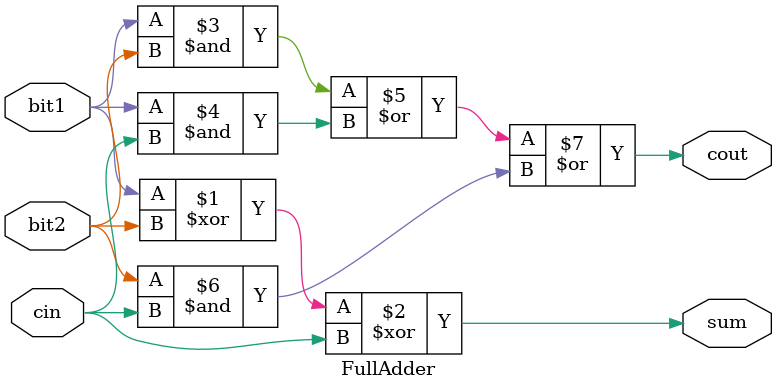
<source format=v>
module FullAdder(bit1, bit2, sum, cin, cout);
	input bit1, bit2, cin;
	output sum, cout;
	
	assign sum = (bit1 ^ bit2) ^ cin;
	assign cout = (bit1 & bit2) | (bit1 & cin) | (bit2 & cin);
endmodule
</source>
